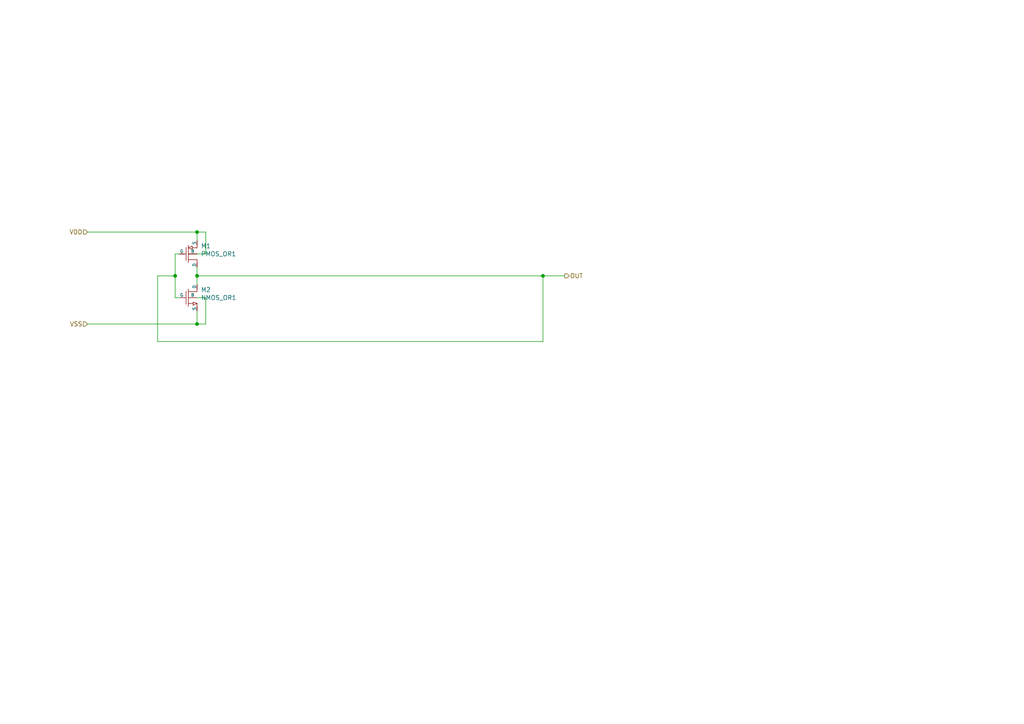
<source format=kicad_sch>
(kicad_sch (version 20230121) (generator eeschema)
  (paper "A4")
  (lib_symbols
    (symbol "OR1Symbols.lib:NMOS_OR1" (pin_numbers hide) (pin_names (offset 0))
      (property "Reference" "M" (at 8.89 5.08 0))
      (property "Value" "NMOS_OR1" (at 8.89 2.54 0))
      (symbol "NMOS_OR1_0_1"
        (polyline (pts (xy 0 0) (xy 1.905 0)))
        (polyline (pts (xy 1.905 1.905) (xy 1.905 -1.905)))
        (polyline (pts (xy 2.54 -2.54) (xy 2.54 2.54)))
        (polyline (pts (xy 2.54 -1.651) (xy 3.937 -1.651)))
        (polyline (pts (xy 2.54 0) (xy 5.08 0)))
        (polyline (pts (xy 2.54 1.778) (xy 5.08 1.778)))
        (polyline (pts (xy 3.937 -2.159) (xy 3.937 -1.27)))
        (polyline (pts (xy 3.937 -1.27) (xy 5.08 -1.651)))
        (polyline (pts (xy 5.08 -1.651) (xy 3.937 -2.159)))
        (polyline (pts (xy 5.08 -1.651) (xy 5.08 -3.81)))
        (polyline (pts (xy 5.08 1.778) (xy 5.08 3.81)))
      )
      (symbol "NMOS_OR1_1_1"
        (pin passive line (at 5.08 3.81 270) (length 1.27) (name "D") (number "1"))
        (pin passive line (at 0 0 0) (length 1.27) (name "G") (number "2"))
        (pin passive line (at 5.08 -3.81 90) (length 1.27) (name "S") (number "3"))
        (pin passive line (at 5.08 0 180) (length 2.54) (name "B") (number "4"))
      )
    )
    (symbol "OR1Symbols.lib:PMOS_OR1" (pin_numbers hide) (pin_names (offset 0))
      (property "Reference" "M" (at 8.89 5.08 0))
      (property "Value" "PMOS_OR1" (at 8.89 2.54 0))
      (symbol "PMOS_OR1_0_1"
        (polyline (pts (xy 0 0) (xy 1.905 0)))
        (polyline (pts (xy 1.905 1.905) (xy 1.905 -1.905)))
        (polyline (pts (xy 2.54 -2.54) (xy 2.54 2.54)))
        (polyline (pts (xy 2.54 -1.651) (xy 5.08 -1.651)))
        (polyline (pts (xy 2.54 0) (xy 5.08 0)))
        (polyline (pts (xy 2.54 1.778) (xy 3.683 2.286)))
        (polyline (pts (xy 3.683 1.397) (xy 2.54 1.778)))
        (polyline (pts (xy 3.683 1.397) (xy 3.683 2.286)))
        (polyline (pts (xy 3.683 1.778) (xy 5.08 1.778)))
        (polyline (pts (xy 5.08 -1.651) (xy 5.08 -3.81)))
        (polyline (pts (xy 5.08 1.778) (xy 5.08 3.81)))
      )
      (symbol "PMOS_OR1_1_1"
        (pin passive line (at 5.08 -3.81 90) (length 1.27) (name "D") (number "1"))
        (pin passive line (at 0 0 0) (length 1.27) (name "G") (number "2"))
        (pin passive line (at 5.08 3.81 270) (length 1.27) (name "S") (number "3"))
        (pin passive line (at 5.08 0 180) (length 2.54) (name "B") (number "4"))
      )
    )
  )
  (junction (at 57.15 93.98))
  (junction (at 57.15 80.01))
  (junction (at 57.15 67.31))
  (junction (at 157.48 80.01))
  (junction (at 50.8 80.01))
  (wire (pts (xy 57.15 69.85) (xy 57.15 67.31)))
  (wire (pts (xy 157.48 80.01) (xy 163.83 80.01)))
  (wire (pts (xy 45.72 80.01) (xy 50.8 80.01)))
  (wire (pts (xy 50.8 80.01) (xy 50.8 86.36)))
  (wire (pts (xy 157.48 99.06) (xy 45.72 99.06)))
  (wire (pts (xy 57.15 80.01) (xy 57.15 82.55)))
  (wire (pts (xy 59.69 67.31) (xy 59.69 73.66)))
  (wire (pts (xy 157.48 80.01) (xy 157.48 99.06)))
  (wire (pts (xy 59.69 86.36) (xy 57.15 86.36)))
  (wire (pts (xy 57.15 90.17) (xy 57.15 93.98)))
  (wire (pts (xy 45.72 80.01) (xy 45.72 99.06)))
  (wire (pts (xy 59.69 73.66) (xy 57.15 73.66)))
  (wire (pts (xy 57.15 77.47) (xy 57.15 80.01)))
  (wire (pts (xy 57.15 80.01) (xy 157.48 80.01)))
  (wire (pts (xy 25.4 93.98) (xy 57.15 93.98)))
  (wire (pts (xy 57.15 93.98) (xy 59.69 93.98)))
  (wire (pts (xy 50.8 86.36) (xy 52.07 86.36)))
  (wire (pts (xy 52.07 73.66) (xy 50.8 73.66)))
  (wire (pts (xy 59.69 93.98) (xy 59.69 86.36)))
  (wire (pts (xy 50.8 73.66) (xy 50.8 80.01)))
  (wire (pts (xy 25.4 67.31) (xy 57.15 67.31)))
  (wire (pts (xy 57.15 67.31) (xy 59.69 67.31)))
  (hierarchical_label "VSS" (shape input) (at 25.4 93.98 180))
  (hierarchical_label "VDD" (shape input) (at 25.4 67.31 180))
  (hierarchical_label "OUT" (shape output) (at 163.83 80.01 0))
  (symbol (lib_id "OR1Symbols.lib:PMOS_OR1") (at 52.07 73.66 0) (unit 1)
    (property "Reference" "M1" (at 58.2676 71.3486 0) (effects (justify left)))
    (property "Value" "PMOS_OR1" (at 58.2676 73.66 0) (effects (justify left)))
    (property "Sim.Device" "SPICE" (effects hide))
    (property "Sim.Params" "type=\"M\" model=\"PMOS_OR1 l=1u w=6u\" lib=\"\"" (effects hide))
    (property "Sim.Pins" "1=1 2=2 3=3 4=4" (effects hide))
  )
  (symbol (lib_id "OR1Symbols.lib:NMOS_OR1") (at 52.07 86.36 0) (unit 1)
    (property "Reference" "M2" (at 58.2676 84.0486 0) (effects (justify left)))
    (property "Value" "NMOS_OR1" (at 58.2676 86.36 0) (effects (justify left)))
    (property "Sim.Device" "SPICE" (effects hide))
    (property "Sim.Params" "type=\"M\" model=\"NMOS_OR1 l=1u w=2u\" lib=\"\"" (effects hide))
    (property "Sim.Pins" "1=1 2=2 3=3 4=4" (effects hide))
  )
)
</source>
